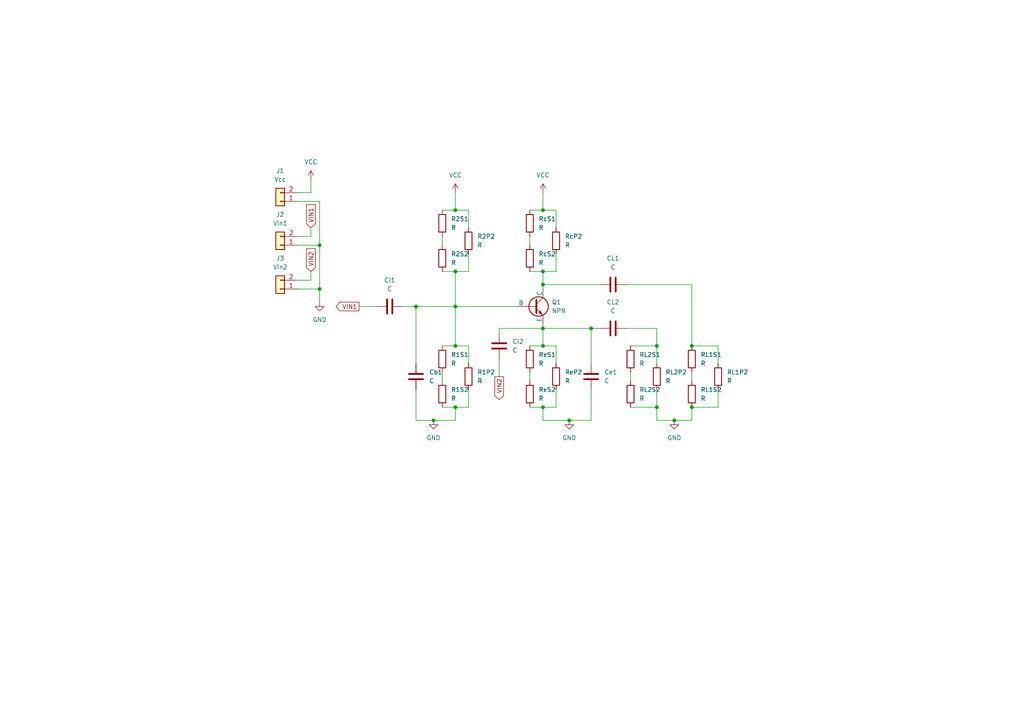
<source format=kicad_sch>
(kicad_sch (version 20250114) (generator "eeschema") (generator_version "9.0")
  (paper "A4")
  (lib_symbols
    (symbol "Connector_Generic:Conn_01x02" (pin_names (offset 1.016) (hide yes))
      (property "Reference" "J" (at 0 2.54 0))
      (property "Value" "Conn_01x02" (at 0 -5.08 0))
      (symbol "Conn_01x02_1_1"
        (rectangle (start -1.27 1.27) (end 1.27 -3.81) (stroke (width 0.254)) (fill (type background)))
        (rectangle (start -1.27 0.127) (end 0 -0.127) (stroke (width 0.1524)))
        (rectangle (start -1.27 -2.413) (end 0 -2.667) (stroke (width 0.1524)))
        (pin passive line (at -5.08 0 0) (length 3.81) (name "Pin_1") (number "1"))
        (pin passive line (at -5.08 -2.54 0) (length 3.81) (name "Pin_2") (number "2"))
      )
    )
    (symbol "Device:C" (pin_numbers (hide yes)) (pin_names (offset 0.254))
      (property "Reference" "C" (at 0.635 2.54 0))
      (property "Value" "C" (at 0.635 -2.54 0))
      (symbol "C_0_1"
        (polyline (pts (xy -2.032 0.762) (xy 2.032 0.762)) (stroke (width 0.508)))
        (polyline (pts (xy -2.032 -0.762) (xy 2.032 -0.762)) (stroke (width 0.508)))
      )
      (symbol "C_1_1"
        (pin passive line (at 0 3.81 270) (length 2.794) (name "~") (number "1"))
        (pin passive line (at 0 -3.81 90) (length 2.794) (name "~") (number "2"))
      )
    )
    (symbol "Device:R" (pin_numbers (hide yes)) (pin_names (offset 0))
      (property "Reference" "R" (at 2.032 0 90))
      (property "Value" "R" (at 0 0 90))
      (symbol "R_0_1"
        (rectangle (start -1.016 -2.54) (end 1.016 2.54) (stroke (width 0.254)))
      )
      (symbol "R_1_1"
        (pin passive line (at 0 3.81 270) (length 1.27) (name "~") (number "1"))
        (pin passive line (at 0 -3.81 90) (length 1.27) (name "~") (number "2"))
      )
    )
    (symbol "Simulation_SPICE:NPN" (pin_numbers (hide yes)) (pin_names (offset 0))
      (property "Reference" "Q" (at -2.54 7.62 0))
      (property "Value" "NPN" (at -2.54 5.08 0))
      (symbol "NPN_0_1"
        (polyline (pts (xy -2.54 0) (xy 0.635 0)) (stroke (width 0.1524)))
        (polyline (pts (xy 0.635 1.905) (xy 0.635 -1.905) (xy 0.635 -1.905)) (stroke (width 0.508)))
        (polyline (pts (xy 0.635 0.635) (xy 2.54 2.54)))
        (polyline (pts (xy 0.635 -0.635) (xy 2.54 -2.54) (xy 2.54 -2.54)))
        (circle (center 1.27 0) (radius 2.8194) (stroke (width 0.254)))
        (polyline (pts (xy 1.27 -1.778) (xy 1.778 -1.27) (xy 2.286 -2.286) (xy 1.27 -1.778) (xy 1.27 -1.778)) (fill (type outline)))
        (polyline (pts (xy 2.794 -1.27) (xy 2.794 -1.27)) (stroke (width 0.1524)))
        (polyline (pts (xy 2.794 -1.27) (xy 2.794 -1.27)) (stroke (width 0.1524)))
      )
      (symbol "NPN_1_1"
        (pin input line (at -5.08 0 0) (length 2.54) (name "B") (number "2"))
        (pin open_collector line (at 2.54 5.08 270) (length 2.54) (name "C") (number "1"))
        (pin open_emitter line (at 2.54 -5.08 90) (length 2.54) (name "E") (number "3"))
      )
    )
    (symbol "power:GND" (power) (pin_numbers (hide yes)) (pin_names (offset 0) (hide yes))
      (property "Value" "GND" (at 0 -3.81 0))
      (symbol "GND_0_1"
        (polyline (pts (xy 0 0) (xy 0 -1.27) (xy 1.27 -1.27) (xy 0 -2.54) (xy -1.27 -1.27) (xy 0 -1.27)))
      )
      (symbol "GND_1_1"
        (pin power_in line (at 0 0 270) (length 0) (name "~") (number "1"))
      )
    )
    (symbol "power:VCC" (power) (pin_numbers (hide yes)) (pin_names (offset 0) (hide yes))
      (property "Value" "VCC" (at 0 3.556 0))
      (symbol "VCC_0_1"
        (polyline (pts (xy -0.762 1.27) (xy 0 2.54)))
        (polyline (pts (xy 0 2.54) (xy 0.762 1.27)))
        (polyline (pts (xy 0 0) (xy 0 2.54)))
      )
      (symbol "VCC_1_1"
        (pin power_in line (at 0 0 90) (length 0) (name "~") (number "1"))
      )
    )
  )
  (junction (at 132.08 88.9))
  (junction (at 132.08 118.11))
  (junction (at 92.71 71.12))
  (junction (at 190.5 100.33))
  (junction (at 125.73 121.92))
  (junction (at 132.08 78.74))
  (junction (at 195.58 121.92))
  (junction (at 190.5 118.11))
  (junction (at 200.66 100.33))
  (junction (at 132.08 60.96))
  (junction (at 171.45 95.25))
  (junction (at 120.65 88.9))
  (junction (at 165.1 121.92))
  (junction (at 157.48 82.55))
  (junction (at 200.66 118.11))
  (junction (at 157.48 95.25))
  (junction (at 157.48 118.11))
  (junction (at 157.48 100.33))
  (junction (at 157.48 78.74))
  (junction (at 157.48 60.96))
  (junction (at 92.71 83.82))
  (junction (at 132.08 100.33))
  (wire (pts (xy 135.89 100.33) (xy 135.89 105.41)))
  (wire (pts (xy 132.08 100.33) (xy 135.89 100.33)))
  (wire (pts (xy 128.27 78.74) (xy 132.08 78.74)))
  (wire (pts (xy 190.5 118.11) (xy 190.5 121.92)))
  (wire (pts (xy 200.66 118.11) (xy 200.66 121.92)))
  (wire (pts (xy 86.36 58.42) (xy 92.71 58.42)))
  (wire (pts (xy 135.89 60.96) (xy 135.89 66.04)))
  (wire (pts (xy 90.17 52.07) (xy 90.17 55.88)))
  (wire (pts (xy 161.29 73.66) (xy 161.29 78.74)))
  (wire (pts (xy 90.17 55.88) (xy 86.36 55.88)))
  (wire (pts (xy 132.08 88.9) (xy 132.08 100.33)))
  (wire (pts (xy 116.84 88.9) (xy 120.65 88.9)))
  (wire (pts (xy 157.48 55.88) (xy 157.48 60.96)))
  (wire (pts (xy 132.08 55.88) (xy 132.08 60.96)))
  (wire (pts (xy 128.27 68.58) (xy 128.27 71.12)))
  (wire (pts (xy 153.67 107.95) (xy 153.67 110.49)))
  (wire (pts (xy 157.48 82.55) (xy 157.48 83.82)))
  (wire (pts (xy 120.65 88.9) (xy 120.65 105.41)))
  (wire (pts (xy 125.73 121.92) (xy 132.08 121.92)))
  (wire (pts (xy 153.67 68.58) (xy 153.67 71.12)))
  (wire (pts (xy 190.5 100.33) (xy 190.5 105.41)))
  (wire (pts (xy 190.5 95.25) (xy 190.5 100.33)))
  (wire (pts (xy 132.08 60.96) (xy 135.89 60.96)))
  (wire (pts (xy 90.17 78.74) (xy 90.17 81.28)))
  (wire (pts (xy 92.71 83.82) (xy 86.36 83.82)))
  (wire (pts (xy 153.67 78.74) (xy 157.48 78.74)))
  (wire (pts (xy 181.61 95.25) (xy 190.5 95.25)))
  (wire (pts (xy 92.71 87.63) (xy 92.71 83.82)))
  (wire (pts (xy 161.29 100.33) (xy 161.29 105.41)))
  (wire (pts (xy 157.48 95.25) (xy 171.45 95.25)))
  (wire (pts (xy 132.08 118.11) (xy 132.08 121.92)))
  (wire (pts (xy 125.73 121.92) (xy 120.65 121.92)))
  (wire (pts (xy 195.58 121.92) (xy 190.5 121.92)))
  (wire (pts (xy 157.48 118.11) (xy 157.48 121.92)))
  (wire (pts (xy 190.5 113.03) (xy 190.5 118.11)))
  (wire (pts (xy 182.88 100.33) (xy 190.5 100.33)))
  (wire (pts (xy 92.71 71.12) (xy 92.71 83.82)))
  (wire (pts (xy 157.48 95.25) (xy 157.48 100.33)))
  (wire (pts (xy 171.45 105.41) (xy 171.45 95.25)))
  (wire (pts (xy 200.66 118.11) (xy 208.28 118.11)))
  (wire (pts (xy 157.48 100.33) (xy 161.29 100.33)))
  (wire (pts (xy 132.08 78.74) (xy 132.08 88.9)))
  (wire (pts (xy 120.65 88.9) (xy 132.08 88.9)))
  (wire (pts (xy 90.17 66.04) (xy 90.17 68.58)))
  (wire (pts (xy 104.14 88.9) (xy 109.22 88.9)))
  (wire (pts (xy 135.89 113.03) (xy 135.89 118.11)))
  (wire (pts (xy 92.71 58.42) (xy 92.71 71.12)))
  (wire (pts (xy 90.17 68.58) (xy 86.36 68.58)))
  (wire (pts (xy 153.67 100.33) (xy 157.48 100.33)))
  (wire (pts (xy 171.45 113.03) (xy 171.45 121.92)))
  (wire (pts (xy 208.28 113.03) (xy 208.28 118.11)))
  (wire (pts (xy 157.48 60.96) (xy 161.29 60.96)))
  (wire (pts (xy 144.78 95.25) (xy 157.48 95.25)))
  (wire (pts (xy 161.29 60.96) (xy 161.29 66.04)))
  (wire (pts (xy 135.89 73.66) (xy 135.89 78.74)))
  (wire (pts (xy 153.67 118.11) (xy 157.48 118.11)))
  (wire (pts (xy 161.29 113.03) (xy 161.29 118.11)))
  (wire (pts (xy 157.48 121.92) (xy 165.1 121.92)))
  (wire (pts (xy 157.48 82.55) (xy 173.99 82.55)))
  (wire (pts (xy 132.08 118.11) (xy 135.89 118.11)))
  (wire (pts (xy 132.08 78.74) (xy 135.89 78.74)))
  (wire (pts (xy 128.27 60.96) (xy 132.08 60.96)))
  (wire (pts (xy 128.27 100.33) (xy 132.08 100.33)))
  (wire (pts (xy 200.66 121.92) (xy 195.58 121.92)))
  (wire (pts (xy 208.28 100.33) (xy 208.28 105.41)))
  (wire (pts (xy 182.88 118.11) (xy 190.5 118.11)))
  (wire (pts (xy 157.48 93.98) (xy 157.48 95.25)))
  (wire (pts (xy 144.78 96.52) (xy 144.78 95.25)))
  (wire (pts (xy 200.66 100.33) (xy 208.28 100.33)))
  (wire (pts (xy 90.17 81.28) (xy 86.36 81.28)))
  (wire (pts (xy 182.88 107.95) (xy 182.88 110.49)))
  (wire (pts (xy 200.66 82.55) (xy 200.66 100.33)))
  (wire (pts (xy 200.66 107.95) (xy 200.66 110.49)))
  (wire (pts (xy 153.67 60.96) (xy 157.48 60.96)))
  (wire (pts (xy 144.78 109.22) (xy 144.78 104.14)))
  (wire (pts (xy 120.65 113.03) (xy 120.65 121.92)))
  (wire (pts (xy 128.27 118.11) (xy 132.08 118.11)))
  (wire (pts (xy 128.27 107.95) (xy 128.27 110.49)))
  (wire (pts (xy 132.08 88.9) (xy 149.86 88.9)))
  (wire (pts (xy 157.48 78.74) (xy 157.48 82.55)))
  (wire (pts (xy 171.45 121.92) (xy 165.1 121.92)))
  (wire (pts (xy 157.48 118.11) (xy 161.29 118.11)))
  (wire (pts (xy 171.45 95.25) (xy 173.99 95.25)))
  (wire (pts (xy 86.36 71.12) (xy 92.71 71.12)))
  (wire (pts (xy 181.61 82.55) (xy 200.66 82.55)))
  (wire (pts (xy 157.48 78.74) (xy 161.29 78.74)))
  (global_label "VIN2" (shape input) (at 90.17 78.74 90) (property "Intersheetrefs" "${INTERSHEET_REFS}" (effects (hide yes))))
  (global_label "VIN1" (shape input) (at 90.17 66.04 90) (property "Intersheetrefs" "${INTERSHEET_REFS}" (effects (hide yes))))
  (global_label "VIN2" (shape output) (at 144.78 109.22 270) (property "Intersheetrefs" "${INTERSHEET_REFS}" (effects (hide yes))))
  (global_label "VIN1" (shape output) (at 104.14 88.9 180) (property "Intersheetrefs" "${INTERSHEET_REFS}" (effects (hide yes))))
  (symbol (lib_id "Device:R") (at 135.89 69.85 0) (unit 1)
    (property "Reference" "R2P2" (at 138.43 68.5799 0) (effects (justify left)))
    (property "Value" "R" (at 138.43 71.1199 0) (effects (justify left)))
    (property "Footprint" "Resistor_THT:R_Axial_DIN0207_L6.3mm_D2.5mm_P7.62mm_Horizontal" (effects (hide yes)))
    (property "Description" "Resistor" (effects (hide yes)))
  )
  (symbol (lib_id "Device:C") (at 113.03 88.9 90) (unit 1)
    (property "Reference" "Ci1" (at 113.03 81.28 90))
    (property "Value" "C" (at 113.03 83.82 90))
    (property "Footprint" "Capacitor_THT:C_Disc_D5.0mm_W2.5mm_P5.00mm" (effects (hide yes)))
    (property "Description" "Unpolarized capacitor" (effects (hide yes)))
  )
  (symbol (lib_id "Device:R") (at 200.66 104.14 0) (unit 1)
    (property "Reference" "RL1S1" (at 203.2 102.8699 0) (effects (justify left)))
    (property "Value" "R" (at 203.2 105.4099 0) (effects (justify left)))
    (property "Footprint" "Resistor_THT:R_Axial_DIN0207_L6.3mm_D2.5mm_P7.62mm_Horizontal" (effects (hide yes)))
    (property "Description" "Resistor" (effects (hide yes)))
  )
  (symbol (lib_id "Connector_Generic:Conn_01x02") (at 81.28 71.12 180) (unit 1)
    (property "Reference" "J2" (at 81.28 62.23 0))
    (property "Value" "Vin1" (at 81.28 64.77 0))
    (property "Footprint" "TestPoint:TestPoint_2Pads_Pitch5.08mm_Drill1.3mm" (effects (hide yes)))
    (property "Description" "Generic connector, single row, 01x02, script generated (kicad-library-utils/schlib/autogen/connector/)" (effects (hide yes)))
  )
  (symbol (lib_id "Device:R") (at 128.27 104.14 0) (unit 1)
    (property "Reference" "R1S1" (at 130.81 102.8699 0) (effects (justify left)))
    (property "Value" "R" (at 130.81 105.4099 0) (effects (justify left)))
    (property "Footprint" "Resistor_THT:R_Axial_DIN0207_L6.3mm_D2.5mm_P7.62mm_Horizontal" (effects (hide yes)))
    (property "Description" "Resistor" (effects (hide yes)))
  )
  (symbol (lib_id "Device:R") (at 153.67 104.14 0) (unit 1)
    (property "Reference" "ReS1" (at 156.21 102.8699 0) (effects (justify left)))
    (property "Value" "R" (at 156.21 105.4099 0) (effects (justify left)))
    (property "Footprint" "Resistor_THT:R_Axial_DIN0207_L6.3mm_D2.5mm_P7.62mm_Horizontal" (effects (hide yes)))
    (property "Description" "Resistor" (effects (hide yes)))
  )
  (symbol (lib_id "power:VCC") (at 90.17 52.07 0) (unit 1)
    (property "Reference" "#PWR02" (effects (hide yes)))
    (property "Value" "VCC" (at 90.17 46.99 0))
    (property "Description" "Power symbol creates a global label with name \"VCC\"" (effects (hide yes)))
  )
  (symbol (lib_id "power:GND") (at 195.58 121.92 0) (unit 1)
    (property "Reference" "#PWR0101" (effects (hide yes)))
    (property "Value" "GND" (at 195.58 127 0))
    (property "Description" "Power symbol creates a global label with name \"GND\" , ground" (effects (hide yes)))
  )
  (symbol (lib_id "Device:R") (at 161.29 109.22 0) (unit 1)
    (property "Reference" "ReP2" (at 163.83 107.9499 0) (effects (justify left)))
    (property "Value" "R" (at 163.83 110.4899 0) (effects (justify left)))
    (property "Footprint" "Resistor_THT:R_Axial_DIN0207_L6.3mm_D2.5mm_P7.62mm_Horizontal" (effects (hide yes)))
    (property "Description" "Resistor" (effects (hide yes)))
  )
  (symbol (lib_id "Device:C") (at 177.8 82.55 90) (unit 1)
    (property "Reference" "CL1" (at 177.8 74.93 90))
    (property "Value" "C" (at 177.8 77.47 90))
    (property "Footprint" "Capacitor_THT:C_Disc_D5.0mm_W2.5mm_P5.00mm" (effects (hide yes)))
    (property "Description" "Unpolarized capacitor" (effects (hide yes)))
  )
  (symbol (lib_id "Device:C") (at 171.45 109.22 0) (unit 1)
    (property "Reference" "Ce1" (at 175.26 107.9499 0) (effects (justify left)))
    (property "Value" "C" (at 175.26 110.4899 0) (effects (justify left)))
    (property "Footprint" "Capacitor_THT:C_Disc_D5.0mm_W2.5mm_P5.00mm" (effects (hide yes)))
    (property "Description" "Unpolarized capacitor" (effects (hide yes)))
  )
  (symbol (lib_id "Connector_Generic:Conn_01x02") (at 81.28 58.42 180) (unit 1)
    (property "Reference" "J1" (at 81.28 49.53 0))
    (property "Value" "Vcc" (at 81.28 52.07 0))
    (property "Footprint" "TestPoint:TestPoint_2Pads_Pitch5.08mm_Drill1.3mm" (effects (hide yes)))
    (property "Description" "Generic connector, single row, 01x02, script generated (kicad-library-utils/schlib/autogen/connector/)" (effects (hide yes)))
  )
  (symbol (lib_id "power:VCC") (at 157.48 55.88 0) (unit 1)
    (property "Reference" "#PWR0102" (effects (hide yes)))
    (property "Value" "VCC" (at 157.48 50.8 0))
    (property "Description" "Power symbol creates a global label with name \"VCC\"" (effects (hide yes)))
  )
  (symbol (lib_id "Device:R") (at 200.66 114.3 0) (unit 1)
    (property "Reference" "RL1S2" (at 203.2 113.0299 0) (effects (justify left)))
    (property "Value" "R" (at 203.2 115.5699 0) (effects (justify left)))
    (property "Footprint" "Resistor_THT:R_Axial_DIN0207_L6.3mm_D2.5mm_P7.62mm_Horizontal" (effects (hide yes)))
    (property "Description" "Resistor" (effects (hide yes)))
  )
  (symbol (lib_id "Device:C") (at 177.8 95.25 90) (unit 1)
    (property "Reference" "CL2" (at 177.8 87.63 90))
    (property "Value" "C" (at 177.8 90.17 90))
    (property "Footprint" "Capacitor_THT:C_Disc_D5.0mm_W2.5mm_P5.00mm" (effects (hide yes)))
    (property "Description" "Unpolarized capacitor" (effects (hide yes)))
  )
  (symbol (lib_id "Device:R") (at 182.88 104.14 0) (unit 1)
    (property "Reference" "RL2S1" (at 185.42 102.8699 0) (effects (justify left)))
    (property "Value" "R" (at 185.42 105.4099 0) (effects (justify left)))
    (property "Footprint" "Resistor_THT:R_Axial_DIN0207_L6.3mm_D2.5mm_P7.62mm_Horizontal" (effects (hide yes)))
    (property "Description" "Resistor" (effects (hide yes)))
  )
  (symbol (lib_id "Device:R") (at 128.27 74.93 0) (unit 1)
    (property "Reference" "R2S2" (at 130.81 73.6599 0) (effects (justify left)))
    (property "Value" "R" (at 130.81 76.1999 0) (effects (justify left)))
    (property "Footprint" "Resistor_THT:R_Axial_DIN0207_L6.3mm_D2.5mm_P7.62mm_Horizontal" (effects (hide yes)))
    (property "Description" "Resistor" (effects (hide yes)))
  )
  (symbol (lib_id "Device:R") (at 208.28 109.22 0) (unit 1)
    (property "Reference" "RL1P2" (at 210.82 107.9499 0) (effects (justify left)))
    (property "Value" "R" (at 210.82 110.4899 0) (effects (justify left)))
    (property "Footprint" "Resistor_THT:R_Axial_DIN0207_L6.3mm_D2.5mm_P7.62mm_Horizontal" (effects (hide yes)))
    (property "Description" "Resistor" (effects (hide yes)))
  )
  (symbol (lib_id "power:VCC") (at 132.08 55.88 0) (unit 1)
    (property "Reference" "#PWR0103" (effects (hide yes)))
    (property "Value" "VCC" (at 132.08 50.8 0))
    (property "Description" "Power symbol creates a global label with name \"VCC\"" (effects (hide yes)))
  )
  (symbol (lib_id "Device:R") (at 190.5 109.22 0) (unit 1)
    (property "Reference" "RL2P2" (at 193.04 107.9499 0) (effects (justify left)))
    (property "Value" "R" (at 193.04 110.4899 0) (effects (justify left)))
    (property "Footprint" "Resistor_THT:R_Axial_DIN0207_L6.3mm_D2.5mm_P7.62mm_Horizontal" (effects (hide yes)))
    (property "Description" "Resistor" (effects (hide yes)))
  )
  (symbol (lib_id "Device:R") (at 135.89 109.22 0) (unit 1)
    (property "Reference" "R1P2" (at 138.43 107.9499 0) (effects (justify left)))
    (property "Value" "R" (at 138.43 110.4899 0) (effects (justify left)))
    (property "Footprint" "Resistor_THT:R_Axial_DIN0207_L6.3mm_D2.5mm_P7.62mm_Horizontal" (effects (hide yes)))
    (property "Description" "Resistor" (effects (hide yes)))
  )
  (symbol (lib_id "Simulation_SPICE:NPN") (at 154.94 88.9 0) (unit 1)
    (property "Reference" "Q1" (at 160.02 87.6299 0) (effects (justify left)))
    (property "Value" "NPN" (at 160.02 90.1699 0) (effects (justify left)))
    (property "Footprint" "Package_TO_SOT_THT:TO-92_Wide" (effects (hide yes)))
    (property "Datasheet" "https://ngspice.sourceforge.io/docs/ngspice-html-manual/manual.xhtml#cha_BJTs" (effects (hide yes)))
    (property "Description" "Bipolar transistor symbol for simulation only, substrate tied to the emitter" (effects (hide yes)))
    (property "Sim.Device" "NPN" (effects (hide yes)))
    (property "Sim.Type" "GUMMELPOON" (effects (hide yes)))
    (property "Sim.Pins" "1=C 2=B 3=E" (effects (hide yes)))
  )
  (symbol (lib_id "Device:R") (at 153.67 114.3 0) (unit 1)
    (property "Reference" "ReS2" (at 156.21 113.0299 0) (effects (justify left)))
    (property "Value" "R" (at 156.21 115.5699 0) (effects (justify left)))
    (property "Footprint" "Resistor_THT:R_Axial_DIN0207_L6.3mm_D2.5mm_P7.62mm_Horizontal" (effects (hide yes)))
    (property "Description" "Resistor" (effects (hide yes)))
  )
  (symbol (lib_id "Device:R") (at 161.29 69.85 0) (unit 1)
    (property "Reference" "RcP2" (at 163.83 68.5799 0) (effects (justify left)))
    (property "Value" "R" (at 163.83 71.1199 0) (effects (justify left)))
    (property "Footprint" "Resistor_THT:R_Axial_DIN0207_L6.3mm_D2.5mm_P7.62mm_Horizontal" (effects (hide yes)))
    (property "Description" "Resistor" (effects (hide yes)))
  )
  (symbol (lib_id "Device:C") (at 144.78 100.33 0) (unit 1)
    (property "Reference" "Ci2" (at 148.59 99.0599 0) (effects (justify left)))
    (property "Value" "C" (at 148.59 101.5999 0) (effects (justify left)))
    (property "Footprint" "Capacitor_THT:C_Disc_D5.0mm_W2.5mm_P5.00mm" (effects (hide yes)))
    (property "Description" "Unpolarized capacitor" (effects (hide yes)))
  )
  (symbol (lib_id "power:GND") (at 125.73 121.92 0) (unit 1)
    (property "Reference" "#PWR0105" (effects (hide yes)))
    (property "Value" "GND" (at 125.73 127 0))
    (property "Description" "Power symbol creates a global label with name \"GND\" , ground" (effects (hide yes)))
  )
  (symbol (lib_id "Device:R") (at 128.27 64.77 0) (unit 1)
    (property "Reference" "R2S1" (at 130.81 63.4999 0) (effects (justify left)))
    (property "Value" "R" (at 130.81 66.0399 0) (effects (justify left)))
    (property "Footprint" "Resistor_THT:R_Axial_DIN0207_L6.3mm_D2.5mm_P7.62mm_Horizontal" (effects (hide yes)))
    (property "Description" "Resistor" (effects (hide yes)))
  )
  (symbol (lib_id "Device:C") (at 120.65 109.22 0) (unit 1)
    (property "Reference" "Cb1" (at 124.46 107.9499 0) (effects (justify left)))
    (property "Value" "C" (at 124.46 110.4899 0) (effects (justify left)))
    (property "Footprint" "Capacitor_THT:C_Disc_D5.0mm_W2.5mm_P5.00mm" (effects (hide yes)))
    (property "Description" "Unpolarized capacitor" (effects (hide yes)))
  )
  (symbol (lib_id "Device:R") (at 153.67 64.77 0) (unit 1)
    (property "Reference" "RcS1" (at 156.21 63.4999 0) (effects (justify left)))
    (property "Value" "R" (at 156.21 66.0399 0) (effects (justify left)))
    (property "Footprint" "Resistor_THT:R_Axial_DIN0207_L6.3mm_D2.5mm_P7.62mm_Horizontal" (effects (hide yes)))
    (property "Description" "Resistor" (effects (hide yes)))
  )
  (symbol (lib_id "Device:R") (at 182.88 114.3 0) (unit 1)
    (property "Reference" "RL2S2" (at 185.42 113.0299 0) (effects (justify left)))
    (property "Value" "R" (at 185.42 115.5699 0) (effects (justify left)))
    (property "Footprint" "Resistor_THT:R_Axial_DIN0207_L6.3mm_D2.5mm_P7.62mm_Horizontal" (effects (hide yes)))
    (property "Description" "Resistor" (effects (hide yes)))
  )
  (symbol (lib_id "Device:R") (at 128.27 114.3 0) (unit 1)
    (property "Reference" "R1S2" (at 130.81 113.0299 0) (effects (justify left)))
    (property "Value" "R" (at 130.81 115.5699 0) (effects (justify left)))
    (property "Footprint" "Resistor_THT:R_Axial_DIN0207_L6.3mm_D2.5mm_P7.62mm_Horizontal" (effects (hide yes)))
    (property "Description" "Resistor" (effects (hide yes)))
  )
  (symbol (lib_id "power:GND") (at 92.71 87.63 0) (unit 1)
    (property "Reference" "#PWR01" (effects (hide yes)))
    (property "Value" "GND" (at 92.71 92.71 0))
    (property "Description" "Power symbol creates a global label with name \"GND\" , ground" (effects (hide yes)))
  )
  (symbol (lib_id "Connector_Generic:Conn_01x02") (at 81.28 83.82 180) (unit 1)
    (property "Reference" "J3" (at 81.28 74.93 0))
    (property "Value" "Vin2" (at 81.28 77.47 0))
    (property "Footprint" "TestPoint:TestPoint_2Pads_Pitch5.08mm_Drill1.3mm" (effects (hide yes)))
    (property "Description" "Generic connector, single row, 01x02, script generated (kicad-library-utils/schlib/autogen/connector/)" (effects (hide yes)))
  )
  (symbol (lib_id "Device:R") (at 153.67 74.93 0) (unit 1)
    (property "Reference" "RcS2" (at 156.21 73.6599 0) (effects (justify left)))
    (property "Value" "R" (at 156.21 76.1999 0) (effects (justify left)))
    (property "Footprint" "Resistor_THT:R_Axial_DIN0207_L6.3mm_D2.5mm_P7.62mm_Horizontal" (effects (hide yes)))
    (property "Description" "Resistor" (effects (hide yes)))
  )
  (symbol (lib_id "power:GND") (at 165.1 121.92 0) (unit 1)
    (property "Reference" "#PWR0104" (effects (hide yes)))
    (property "Value" "GND" (at 165.1 127 0))
    (property "Description" "Power symbol creates a global label with name \"GND\" , ground" (effects (hide yes)))
  )
)
</source>
